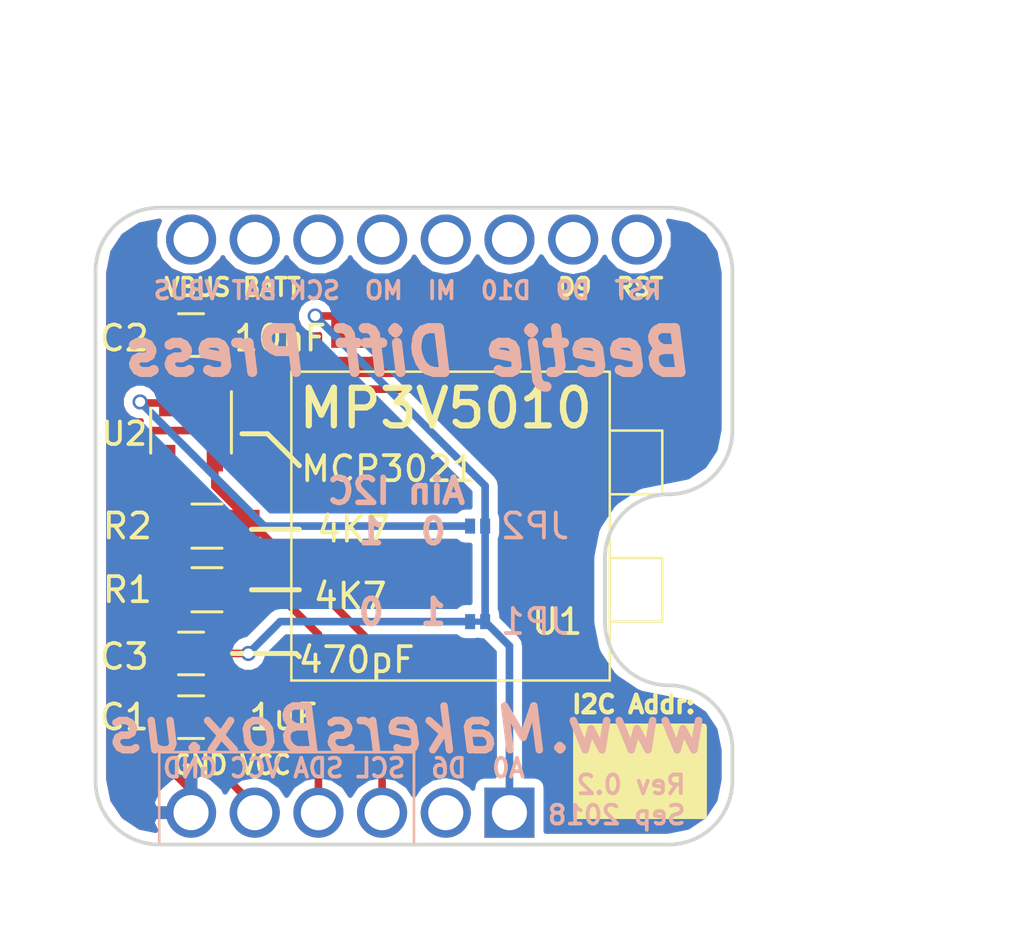
<source format=kicad_pcb>
(kicad_pcb (version 4) (host pcbnew 4.0.7)

  (general
    (links 21)
    (no_connects 0)
    (area 123.114999 92.634999 148.665001 118.185001)
    (thickness 1.6)
    (drawings 31)
    (tracks 71)
    (zones 0)
    (modules 11)
    (nets 16)
  )

  (page A)
  (title_block
    (title "Beetje 32U4 Blok")
    (date 2018-08-10)
    (rev 0.0)
    (company www.MakersBox.us)
    (comment 1 648.ken@gmail.com)
  )

  (layers
    (0 F.Cu signal)
    (31 B.Cu signal)
    (32 B.Adhes user)
    (33 F.Adhes user)
    (34 B.Paste user)
    (35 F.Paste user)
    (36 B.SilkS user)
    (37 F.SilkS user)
    (38 B.Mask user)
    (39 F.Mask user)
    (40 Dwgs.User user)
    (41 Cmts.User user)
    (42 Eco1.User user)
    (43 Eco2.User user)
    (44 Edge.Cuts user)
    (45 Margin user)
    (46 B.CrtYd user)
    (47 F.CrtYd user)
    (48 B.Fab user)
    (49 F.Fab user)
  )

  (setup
    (last_trace_width 0.25)
    (user_trace_width 0.3048)
    (user_trace_width 0.4064)
    (user_trace_width 0.6096)
    (trace_clearance 0.2)
    (zone_clearance 0.35)
    (zone_45_only no)
    (trace_min 0.2)
    (segment_width 0.2)
    (edge_width 0.15)
    (via_size 0.6)
    (via_drill 0.4)
    (via_min_size 0.4)
    (via_min_drill 0.3)
    (uvia_size 0.3)
    (uvia_drill 0.1)
    (uvias_allowed no)
    (uvia_min_size 0.2)
    (uvia_min_drill 0.1)
    (pcb_text_width 0.3)
    (pcb_text_size 1.5 1.5)
    (mod_edge_width 0.15)
    (mod_text_size 1 1)
    (mod_text_width 0.15)
    (pad_size 2 2)
    (pad_drill 1.4)
    (pad_to_mask_clearance 0)
    (aux_axis_origin 0 0)
    (visible_elements 7FFFFFFF)
    (pcbplotparams
      (layerselection 0x00030_80000001)
      (usegerberextensions false)
      (excludeedgelayer true)
      (linewidth 0.100000)
      (plotframeref false)
      (viasonmask false)
      (mode 1)
      (useauxorigin false)
      (hpglpennumber 1)
      (hpglpenspeed 20)
      (hpglpendiameter 15)
      (hpglpenoverlay 2)
      (psnegative false)
      (psa4output false)
      (plotreference true)
      (plotvalue true)
      (plotinvisibletext false)
      (padsonsilk false)
      (subtractmaskfromsilk false)
      (outputformat 1)
      (mirror false)
      (drillshape 1)
      (scaleselection 1)
      (outputdirectory ""))
  )

  (net 0 "")
  (net 1 GND)
  (net 2 VBUS)
  (net 3 +BATT)
  (net 4 /D10)
  (net 5 /D9)
  (net 6 /SCL)
  (net 7 /SDA)
  (net 8 /A0)
  (net 9 /SCK)
  (net 10 /MOSI)
  (net 11 /MISO)
  (net 12 /~RESET)
  (net 13 VCC)
  (net 14 /D6)
  (net 15 /AIN)

  (net_class Default "This is the default net class."
    (clearance 0.2)
    (trace_width 0.25)
    (via_dia 0.6)
    (via_drill 0.4)
    (uvia_dia 0.3)
    (uvia_drill 0.1)
    (add_net +BATT)
    (add_net /A0)
    (add_net /AIN)
    (add_net /D10)
    (add_net /D6)
    (add_net /D9)
    (add_net /MISO)
    (add_net /MOSI)
    (add_net /SCK)
    (add_net /SCL)
    (add_net /SDA)
    (add_net /~RESET)
    (add_net GND)
    (add_net VBUS)
    (add_net VCC)
  )

  (module footprints:MPXV7002 (layer F.Cu) (tedit 5BAE6571) (tstamp 5B9C08A6)
    (at 137.16 105.41 270)
    (descr "Specialized footprint for IXYS CPC1017N solid state relay similar to SO-4 http://www.ixysic.com/home/pdfs.nsf/www/CPC1017N.pdf/$file/CPC1017N.pdf")
    (tags "SO SOIC 2.54")
    (path /5B9BF8B5)
    (attr smd)
    (fp_text reference U1 (at 3.81 -4.445 360) (layer F.SilkS)
      (effects (font (size 1 1) (thickness 0.15)))
    )
    (fp_text value MP3V5010 (at -4.699 0 360) (layer F.SilkS)
      (effects (font (size 1.5 1.5) (thickness 0.25)))
    )
    (fp_line (start 1.27 -6.604) (end 1.27 -8.636) (layer F.SilkS) (width 0.1))
    (fp_line (start 1.27 -8.636) (end 3.81 -8.636) (layer F.SilkS) (width 0.1))
    (fp_line (start 3.81 -8.636) (end 3.81 -6.604) (layer F.SilkS) (width 0.1))
    (fp_line (start -3.81 -6.604) (end -3.81 -8.636) (layer F.SilkS) (width 0.1))
    (fp_line (start -3.81 -8.636) (end -1.27 -8.636) (layer F.SilkS) (width 0.1))
    (fp_line (start -1.27 -8.636) (end -1.27 -6.604) (layer F.SilkS) (width 0.1))
    (fp_line (start 6.1595 6.1595) (end 6.1595 -6.5405) (layer F.SilkS) (width 0.1))
    (fp_line (start -6.1595 -6.5405) (end -6.1595 6.1595) (layer F.SilkS) (width 0.1))
    (fp_line (start -6.1595 -6.5405) (end 6.1595 -6.5405) (layer F.SilkS) (width 0.1))
    (fp_line (start -6.1595 6.1595) (end 6.1595 6.1595) (layer F.SilkS) (width 0.1))
    (pad 5 smd rect (at 8.38 3.81 270) (size 2.54 1.52) (layers F.Cu F.Paste F.Mask))
    (pad 6 smd rect (at 8.38 1.27 270) (size 2.54 1.52) (layers F.Cu F.Paste F.Mask))
    (pad 7 smd rect (at 8.38 -1.27 270) (size 2.54 1.52) (layers F.Cu F.Paste F.Mask))
    (pad 4 smd rect (at -8.38 3.81 270) (size 2.54 1.52) (layers F.Cu F.Paste F.Mask)
      (net 8 /A0))
    (pad 3 smd rect (at -8.38 1.27 270) (size 2.54 1.52) (layers F.Cu F.Paste F.Mask)
      (net 1 GND))
    (pad 2 smd rect (at -8.38 -1.27 270) (size 2.54 1.52) (layers F.Cu F.Paste F.Mask)
      (net 13 VCC))
    (pad 8 smd rect (at 8.38 -3.81 270) (size 2.54 1.52) (layers F.Cu F.Paste F.Mask))
    (pad 1 smd rect (at -8.38 -3.81 270) (size 2.54 1.52) (layers F.Cu F.Paste F.Mask))
    (model ${KISYS3DMOD}/Housings_SSOP.3dshapes/SOP-4_3.8x4.1mm_Pitch2.54mm.wrl
      (at (xyz 0 0 0))
      (scale (xyz 1 1 1))
      (rotate (xyz 0 0 0))
    )
  )

  (module footprints:Beetje_Top (layer F.Cu) (tedit 5B9C0E96) (tstamp 5B948C24)
    (at 144.78 93.98 270)
    (descr "Through hole straight pin header, 1x08, 2.54mm pitch, single row")
    (tags "Through hole pin header THT 1x08 2.54mm single row")
    (path /5B6D51CD)
    (fp_text reference J4 (at -2.286 0.127 360) (layer F.SilkS) hide
      (effects (font (size 1 1) (thickness 0.15)))
    )
    (fp_text value Beetje_Top (at -2.413 14.605 360) (layer F.Fab)
      (effects (font (size 1 1) (thickness 0.15)))
    )
    (fp_text user "RST  D9  D10  MI  MO  SCK BAT VBUS" (at 2.032 9.144 360) (layer B.SilkS)
      (effects (font (size 0.7 0.675) (thickness 0.15)) (justify mirror))
    )
    (fp_text user "VBUS BATT                    D9  RST" (at 1.905 8.89 360) (layer F.SilkS)
      (effects (font (size 0.7 0.675) (thickness 0.15)))
    )
    (fp_line (start -0.635 -1.27) (end 1.27 -1.27) (layer F.Fab) (width 0.1))
    (fp_line (start 1.27 -1.27) (end 1.27 19.05) (layer F.Fab) (width 0.1))
    (fp_line (start 1.27 19.05) (end -1.27 19.05) (layer F.Fab) (width 0.1))
    (fp_line (start -1.27 19.05) (end -1.27 -0.635) (layer F.Fab) (width 0.1))
    (fp_line (start -1.27 -0.635) (end -0.635 -1.27) (layer F.Fab) (width 0.1))
    (fp_line (start -1.8 -1.8) (end -1.8 19.55) (layer F.CrtYd) (width 0.05))
    (fp_line (start -1.8 19.55) (end 1.8 19.55) (layer F.CrtYd) (width 0.05))
    (fp_line (start 1.8 19.55) (end 1.8 -1.8) (layer F.CrtYd) (width 0.05))
    (fp_line (start 1.8 -1.8) (end -1.8 -1.8) (layer F.CrtYd) (width 0.05))
    (fp_text user %R (at 0 8.89 360) (layer F.Fab)
      (effects (font (size 1 1) (thickness 0.15)))
    )
    (pad 1 thru_hole circle (at 0 0 270) (size 2 2) (drill 1.4) (layers *.Cu *.Mask)
      (net 12 /~RESET))
    (pad 2 thru_hole oval (at 0 2.54 270) (size 2 2) (drill 1.4) (layers *.Cu *.Mask)
      (net 5 /D9))
    (pad 3 thru_hole oval (at 0 5.08 270) (size 2 2) (drill 1.4) (layers *.Cu *.Mask)
      (net 4 /D10))
    (pad 4 thru_hole oval (at 0 7.62 270) (size 2 2) (drill 1.4) (layers *.Cu *.Mask)
      (net 11 /MISO))
    (pad 5 thru_hole circle (at 0 10.16 270) (size 2 2) (drill 1.4) (layers *.Cu *.Mask)
      (net 10 /MOSI))
    (pad 6 thru_hole circle (at 0 12.7 270) (size 2 2) (drill 1.4) (layers *.Cu *.Mask)
      (net 9 /SCK))
    (pad 7 thru_hole circle (at 0 15.24 270) (size 2 2) (drill 1.4) (layers *.Cu *.Mask)
      (net 3 +BATT))
    (pad 8 thru_hole circle (at 0 17.78 270) (size 2 2) (drill 1.4) (layers *.Cu *.Mask)
      (net 2 VBUS))
  )

  (module footprints:Beetje_Bottom (layer F.Cu) (tedit 5B9C0E24) (tstamp 5B948C0F)
    (at 139.7 116.84 270)
    (descr "Through hole straight pin header, 1x06, 2.54mm pitch, single row")
    (tags "Through hole pin header THT 1x06 2.54mm single row")
    (path /5B6D5224)
    (fp_text reference J2 (at 2.286 -1.27 360) (layer F.SilkS) hide
      (effects (font (size 1 1) (thickness 0.15)))
    )
    (fp_text value Beetje_Bottom (at 2.286 9.525 360) (layer F.Fab)
      (effects (font (size 1 1) (thickness 0.15)))
    )
    (fp_line (start 1.27 13.97) (end -2.413 13.97) (layer B.SilkS) (width 0.1))
    (fp_line (start -2.413 13.97) (end -2.413 3.81) (layer B.SilkS) (width 0.1))
    (fp_line (start -2.413 3.81) (end 1.27 3.81) (layer B.SilkS) (width 0.1))
    (fp_line (start 1.143 13.97) (end -2.413 13.97) (layer F.SilkS) (width 0.1))
    (fp_line (start -2.413 13.97) (end -2.413 3.81) (layer F.SilkS) (width 0.1))
    (fp_line (start -2.413 3.81) (end 1.143 3.81) (layer F.SilkS) (width 0.1))
    (fp_text user "A0  D6  SCL SDA VCC GND" (at -1.778 6.604 360) (layer B.SilkS)
      (effects (font (size 0.75 0.7) (thickness 0.15)) (justify mirror))
    )
    (fp_text user "GND VCC " (at -1.905 10.795 360) (layer F.SilkS)
      (effects (font (size 0.75 0.7) (thickness 0.15)))
    )
    (fp_line (start -0.635 -1.27) (end 1.27 -1.27) (layer F.Fab) (width 0.1))
    (fp_line (start 1.27 -1.27) (end 1.27 13.97) (layer F.Fab) (width 0.1))
    (fp_line (start 1.27 13.97) (end -1.27 13.97) (layer F.Fab) (width 0.1))
    (fp_line (start -1.27 13.97) (end -1.27 -0.635) (layer F.Fab) (width 0.1))
    (fp_line (start -1.27 -0.635) (end -0.635 -1.27) (layer F.Fab) (width 0.1))
    (fp_line (start -1.8 -1.8) (end -1.8 14.5) (layer F.CrtYd) (width 0.05))
    (fp_line (start -1.8 14.5) (end 1.8 14.5) (layer F.CrtYd) (width 0.05))
    (fp_line (start 1.8 14.5) (end 1.8 -1.8) (layer F.CrtYd) (width 0.05))
    (fp_line (start 1.8 -1.8) (end -1.8 -1.8) (layer F.CrtYd) (width 0.05))
    (fp_text user %R (at 0 6.35 360) (layer F.Fab)
      (effects (font (size 1 1) (thickness 0.15)))
    )
    (pad 1 thru_hole rect (at 0 0 270) (size 2 2) (drill 1.4) (layers *.Cu *.Mask)
      (net 8 /A0))
    (pad 2 thru_hole oval (at 0 2.54 270) (size 2 2) (drill 1.4) (layers *.Cu *.Mask)
      (net 14 /D6))
    (pad 3 thru_hole oval (at 0 5.08 270) (size 2 2) (drill 1.4) (layers *.Cu *.Mask)
      (net 6 /SCL))
    (pad 4 thru_hole oval (at 0 7.62 270) (size 2 2) (drill 1.4) (layers *.Cu *.Mask)
      (net 7 /SDA))
    (pad 5 thru_hole oval (at 0 10.16 270) (size 2 2) (drill 1.4) (layers *.Cu *.Mask)
      (net 13 VCC))
    (pad 6 thru_hole oval (at 0 12.7 270) (size 2 2) (drill 1.4) (layers *.Cu *.Mask)
      (net 1 GND))
  )

  (module footprints:C_0805 (layer F.Cu) (tedit 5BB25603) (tstamp 5B9C086C)
    (at 127 113.03 180)
    (descr "Capacitor SMD 0805, reflow soldering, AVX (see smccp.pdf)")
    (tags "capacitor 0805")
    (path /5B77416F)
    (attr smd)
    (fp_text reference C1 (at 2.667 0 180) (layer F.SilkS)
      (effects (font (size 1 1) (thickness 0.15)))
    )
    (fp_text value 1uF (at -3.683 0 180) (layer F.SilkS)
      (effects (font (size 1 1) (thickness 0.15)))
    )
    (fp_text user %R (at 0 -1.5 180) (layer F.Fab)
      (effects (font (size 1 1) (thickness 0.15)))
    )
    (fp_line (start -1 0.62) (end -1 -0.62) (layer F.Fab) (width 0.1))
    (fp_line (start 1 0.62) (end -1 0.62) (layer F.Fab) (width 0.1))
    (fp_line (start 1 -0.62) (end 1 0.62) (layer F.Fab) (width 0.1))
    (fp_line (start -1 -0.62) (end 1 -0.62) (layer F.Fab) (width 0.1))
    (fp_line (start 0.5 -0.85) (end -0.5 -0.85) (layer F.SilkS) (width 0.12))
    (fp_line (start -0.5 0.85) (end 0.5 0.85) (layer F.SilkS) (width 0.12))
    (fp_line (start -1.75 -0.88) (end 1.75 -0.88) (layer F.CrtYd) (width 0.05))
    (fp_line (start -1.75 -0.88) (end -1.75 0.87) (layer F.CrtYd) (width 0.05))
    (fp_line (start 1.75 0.87) (end 1.75 -0.88) (layer F.CrtYd) (width 0.05))
    (fp_line (start 1.75 0.87) (end -1.75 0.87) (layer F.CrtYd) (width 0.05))
    (pad 1 smd rect (at -1 0 180) (size 1 1.25) (layers F.Cu F.Paste F.Mask)
      (net 13 VCC))
    (pad 2 smd rect (at 1 0 180) (size 1 1.25) (layers F.Cu F.Paste F.Mask)
      (net 1 GND))
    (model Capacitors_SMD.3dshapes/C_0805.wrl
      (at (xyz 0 0 0))
      (scale (xyz 1 1 1))
      (rotate (xyz 0 0 0))
    )
  )

  (module footprints:C_0805 (layer F.Cu) (tedit 5BB2559B) (tstamp 5B9C087D)
    (at 127 97.79 180)
    (descr "Capacitor SMD 0805, reflow soldering, AVX (see smccp.pdf)")
    (tags "capacitor 0805")
    (path /5B7EFC72)
    (attr smd)
    (fp_text reference C2 (at 2.667 -0.127 180) (layer F.SilkS)
      (effects (font (size 1 1) (thickness 0.15)))
    )
    (fp_text value 10nF (at -3.556 -0.127 180) (layer F.SilkS)
      (effects (font (size 1 1) (thickness 0.15)))
    )
    (fp_text user %R (at 0 -1.5 180) (layer F.Fab)
      (effects (font (size 1 1) (thickness 0.15)))
    )
    (fp_line (start -1 0.62) (end -1 -0.62) (layer F.Fab) (width 0.1))
    (fp_line (start 1 0.62) (end -1 0.62) (layer F.Fab) (width 0.1))
    (fp_line (start 1 -0.62) (end 1 0.62) (layer F.Fab) (width 0.1))
    (fp_line (start -1 -0.62) (end 1 -0.62) (layer F.Fab) (width 0.1))
    (fp_line (start 0.5 -0.85) (end -0.5 -0.85) (layer F.SilkS) (width 0.12))
    (fp_line (start -0.5 0.85) (end 0.5 0.85) (layer F.SilkS) (width 0.12))
    (fp_line (start -1.75 -0.88) (end 1.75 -0.88) (layer F.CrtYd) (width 0.05))
    (fp_line (start -1.75 -0.88) (end -1.75 0.87) (layer F.CrtYd) (width 0.05))
    (fp_line (start 1.75 0.87) (end 1.75 -0.88) (layer F.CrtYd) (width 0.05))
    (fp_line (start 1.75 0.87) (end -1.75 0.87) (layer F.CrtYd) (width 0.05))
    (pad 1 smd rect (at -1 0 180) (size 1 1.25) (layers F.Cu F.Paste F.Mask)
      (net 13 VCC))
    (pad 2 smd rect (at 1 0 180) (size 1 1.25) (layers F.Cu F.Paste F.Mask)
      (net 1 GND))
    (model Capacitors_SMD.3dshapes/C_0805.wrl
      (at (xyz 0 0 0))
      (scale (xyz 1 1 1))
      (rotate (xyz 0 0 0))
    )
  )

  (module footprints:C_0805 (layer F.Cu) (tedit 5BB255E3) (tstamp 5B9C088E)
    (at 127 110.49 180)
    (descr "Capacitor SMD 0805, reflow soldering, AVX (see smccp.pdf)")
    (tags "capacitor 0805")
    (path /5B9C070E)
    (attr smd)
    (fp_text reference C3 (at 2.667 -0.127 180) (layer F.SilkS)
      (effects (font (size 1 1) (thickness 0.15)))
    )
    (fp_text value 470pF (at -6.604 -0.254 180) (layer F.SilkS)
      (effects (font (size 1 1) (thickness 0.15)))
    )
    (fp_text user %R (at 2.667 -0.127 180) (layer F.Fab)
      (effects (font (size 1 1) (thickness 0.15)))
    )
    (fp_line (start -1 0.62) (end -1 -0.62) (layer F.Fab) (width 0.1))
    (fp_line (start 1 0.62) (end -1 0.62) (layer F.Fab) (width 0.1))
    (fp_line (start 1 -0.62) (end 1 0.62) (layer F.Fab) (width 0.1))
    (fp_line (start -1 -0.62) (end 1 -0.62) (layer F.Fab) (width 0.1))
    (fp_line (start 0.5 -0.85) (end -0.5 -0.85) (layer F.SilkS) (width 0.12))
    (fp_line (start -0.5 0.85) (end 0.5 0.85) (layer F.SilkS) (width 0.12))
    (fp_line (start -1.75 -0.88) (end 1.75 -0.88) (layer F.CrtYd) (width 0.05))
    (fp_line (start -1.75 -0.88) (end -1.75 0.87) (layer F.CrtYd) (width 0.05))
    (fp_line (start 1.75 0.87) (end 1.75 -0.88) (layer F.CrtYd) (width 0.05))
    (fp_line (start 1.75 0.87) (end -1.75 0.87) (layer F.CrtYd) (width 0.05))
    (pad 1 smd rect (at -1 0 180) (size 1 1.25) (layers F.Cu F.Paste F.Mask)
      (net 8 /A0))
    (pad 2 smd rect (at 1 0 180) (size 1 1.25) (layers F.Cu F.Paste F.Mask)
      (net 1 GND))
    (model Capacitors_SMD.3dshapes/C_0805.wrl
      (at (xyz 0 0 0))
      (scale (xyz 1 1 1))
      (rotate (xyz 0 0 0))
    )
  )

  (module footprints:Jumper (layer B.Cu) (tedit 5B9C252E) (tstamp 5B9C22E4)
    (at 138.43 109.22)
    (path /5B9C1E6D)
    (attr smd)
    (fp_text reference JP1 (at 2.286 0) (layer B.SilkS)
      (effects (font (size 1 1) (thickness 0.15)) (justify mirror))
    )
    (fp_text value Jumper (at 0 -1.25) (layer B.Fab)
      (effects (font (size 1 1) (thickness 0.15)) (justify mirror))
    )
    (fp_text user %R (at 0 1.2) (layer B.Fab)
      (effects (font (size 1 1) (thickness 0.15)) (justify mirror))
    )
    (fp_line (start -0.5 -0.25) (end -0.5 0.25) (layer B.Fab) (width 0.1))
    (fp_line (start 0.5 -0.25) (end -0.5 -0.25) (layer B.Fab) (width 0.1))
    (fp_line (start 0.5 0.25) (end 0.5 -0.25) (layer B.Fab) (width 0.1))
    (fp_line (start -0.5 0.25) (end 0.5 0.25) (layer B.Fab) (width 0.1))
    (fp_line (start -0.8 0.45) (end 0.8 0.45) (layer B.CrtYd) (width 0.05))
    (fp_line (start -0.8 0.45) (end -0.8 -0.45) (layer B.CrtYd) (width 0.05))
    (fp_line (start 0.8 -0.45) (end 0.8 0.45) (layer B.CrtYd) (width 0.05))
    (fp_line (start 0.8 -0.45) (end -0.8 -0.45) (layer B.CrtYd) (width 0.05))
    (pad 1 smd rect (at -0.3 0) (size 0.4 0.6) (layers B.Cu B.Paste B.Mask)
      (net 8 /A0))
    (pad 2 smd rect (at 0.3 0) (size 0.4 0.6) (layers B.Cu B.Paste B.Mask)
      (net 8 /A0))
    (model ${KISYS3DMOD}/Resistors_SMD.3dshapes/R_0402.wrl
      (at (xyz 0 0 0))
      (scale (xyz 1 1 1))
      (rotate (xyz 0 0 0))
    )
  )

  (module footprints:R_0805_HandSoldering (layer F.Cu) (tedit 5BB2569D) (tstamp 5B9C22F5)
    (at 127.635 107.95)
    (descr "Resistor SMD 0805, hand soldering")
    (tags "resistor 0805")
    (path /5B9C1FD6)
    (attr smd)
    (fp_text reference R1 (at -3.175 0) (layer F.SilkS)
      (effects (font (size 1 1) (thickness 0.15)))
    )
    (fp_text value 4K7 (at 5.715 0.254) (layer F.SilkS)
      (effects (font (size 1 1) (thickness 0.15)))
    )
    (fp_text user %R (at 0 0) (layer F.Fab)
      (effects (font (size 0.5 0.5) (thickness 0.075)))
    )
    (fp_line (start -1 0.62) (end -1 -0.62) (layer F.Fab) (width 0.1))
    (fp_line (start 1 0.62) (end -1 0.62) (layer F.Fab) (width 0.1))
    (fp_line (start 1 -0.62) (end 1 0.62) (layer F.Fab) (width 0.1))
    (fp_line (start -1 -0.62) (end 1 -0.62) (layer F.Fab) (width 0.1))
    (fp_line (start 0.6 0.88) (end -0.6 0.88) (layer F.SilkS) (width 0.12))
    (fp_line (start -0.6 -0.88) (end 0.6 -0.88) (layer F.SilkS) (width 0.12))
    (fp_line (start -2.35 -0.9) (end 2.35 -0.9) (layer F.CrtYd) (width 0.05))
    (fp_line (start -2.35 -0.9) (end -2.35 0.9) (layer F.CrtYd) (width 0.05))
    (fp_line (start 2.35 0.9) (end 2.35 -0.9) (layer F.CrtYd) (width 0.05))
    (fp_line (start 2.35 0.9) (end -2.35 0.9) (layer F.CrtYd) (width 0.05))
    (pad 1 smd rect (at -1.35 0) (size 1.5 1.3) (layers F.Cu F.Paste F.Mask)
      (net 13 VCC))
    (pad 2 smd rect (at 1.35 0) (size 1.5 1.3) (layers F.Cu F.Paste F.Mask)
      (net 7 /SDA))
    (model ${KISYS3DMOD}/Resistors_SMD.3dshapes/R_0805.wrl
      (at (xyz 0 0 0))
      (scale (xyz 1 1 1))
      (rotate (xyz 0 0 0))
    )
  )

  (module footprints:R_0805_HandSoldering (layer F.Cu) (tedit 5BB256AC) (tstamp 5B9C2306)
    (at 127.635 105.41)
    (descr "Resistor SMD 0805, hand soldering")
    (tags "resistor 0805")
    (path /5B9C204A)
    (attr smd)
    (fp_text reference R2 (at -3.175 0) (layer F.SilkS)
      (effects (font (size 1 1) (thickness 0.15)))
    )
    (fp_text value 4K7 (at 5.842 0.127) (layer F.SilkS)
      (effects (font (size 1 1) (thickness 0.15)))
    )
    (fp_text user %R (at 0 0) (layer F.Fab)
      (effects (font (size 0.5 0.5) (thickness 0.075)))
    )
    (fp_line (start -1 0.62) (end -1 -0.62) (layer F.Fab) (width 0.1))
    (fp_line (start 1 0.62) (end -1 0.62) (layer F.Fab) (width 0.1))
    (fp_line (start 1 -0.62) (end 1 0.62) (layer F.Fab) (width 0.1))
    (fp_line (start -1 -0.62) (end 1 -0.62) (layer F.Fab) (width 0.1))
    (fp_line (start 0.6 0.88) (end -0.6 0.88) (layer F.SilkS) (width 0.12))
    (fp_line (start -0.6 -0.88) (end 0.6 -0.88) (layer F.SilkS) (width 0.12))
    (fp_line (start -2.35 -0.9) (end 2.35 -0.9) (layer F.CrtYd) (width 0.05))
    (fp_line (start -2.35 -0.9) (end -2.35 0.9) (layer F.CrtYd) (width 0.05))
    (fp_line (start 2.35 0.9) (end 2.35 -0.9) (layer F.CrtYd) (width 0.05))
    (fp_line (start 2.35 0.9) (end -2.35 0.9) (layer F.CrtYd) (width 0.05))
    (pad 1 smd rect (at -1.35 0) (size 1.5 1.3) (layers F.Cu F.Paste F.Mask)
      (net 13 VCC))
    (pad 2 smd rect (at 1.35 0) (size 1.5 1.3) (layers F.Cu F.Paste F.Mask)
      (net 6 /SCL))
    (model ${KISYS3DMOD}/Resistors_SMD.3dshapes/R_0805.wrl
      (at (xyz 0 0 0))
      (scale (xyz 1 1 1))
      (rotate (xyz 0 0 0))
    )
  )

  (module TO_SOT_Packages_SMD:SOT-23-5 (layer F.Cu) (tedit 5BB25640) (tstamp 5B9C231B)
    (at 127 101.6 270)
    (descr "5-pin SOT23 package")
    (tags SOT-23-5)
    (path /5B9C1CBA)
    (attr smd)
    (fp_text reference U2 (at 0.127 2.667 360) (layer F.SilkS)
      (effects (font (size 0.9 0.9) (thickness 0.15)))
    )
    (fp_text value MCP3021 (at 1.524 -7.874 360) (layer F.SilkS)
      (effects (font (size 1 1) (thickness 0.15)))
    )
    (fp_text user %R (at 0 0 360) (layer F.Fab)
      (effects (font (size 0.5 0.5) (thickness 0.075)))
    )
    (fp_line (start -0.9 1.61) (end 0.9 1.61) (layer F.SilkS) (width 0.12))
    (fp_line (start 0.9 -1.61) (end -1.55 -1.61) (layer F.SilkS) (width 0.12))
    (fp_line (start -1.9 -1.8) (end 1.9 -1.8) (layer F.CrtYd) (width 0.05))
    (fp_line (start 1.9 -1.8) (end 1.9 1.8) (layer F.CrtYd) (width 0.05))
    (fp_line (start 1.9 1.8) (end -1.9 1.8) (layer F.CrtYd) (width 0.05))
    (fp_line (start -1.9 1.8) (end -1.9 -1.8) (layer F.CrtYd) (width 0.05))
    (fp_line (start -0.9 -0.9) (end -0.25 -1.55) (layer F.Fab) (width 0.1))
    (fp_line (start 0.9 -1.55) (end -0.25 -1.55) (layer F.Fab) (width 0.1))
    (fp_line (start -0.9 -0.9) (end -0.9 1.55) (layer F.Fab) (width 0.1))
    (fp_line (start 0.9 1.55) (end -0.9 1.55) (layer F.Fab) (width 0.1))
    (fp_line (start 0.9 -1.55) (end 0.9 1.55) (layer F.Fab) (width 0.1))
    (pad 1 smd rect (at -1.1 -0.95 270) (size 1.06 0.65) (layers F.Cu F.Paste F.Mask)
      (net 13 VCC))
    (pad 2 smd rect (at -1.1 0 270) (size 1.06 0.65) (layers F.Cu F.Paste F.Mask)
      (net 1 GND))
    (pad 3 smd rect (at -1.1 0.95 270) (size 1.06 0.65) (layers F.Cu F.Paste F.Mask)
      (net 15 /AIN))
    (pad 4 smd rect (at 1.1 0.95 270) (size 1.06 0.65) (layers F.Cu F.Paste F.Mask)
      (net 7 /SDA))
    (pad 5 smd rect (at 1.1 -0.95 270) (size 1.06 0.65) (layers F.Cu F.Paste F.Mask)
      (net 6 /SCL))
    (model ${KISYS3DMOD}/TO_SOT_Packages_SMD.3dshapes/SOT-23-5.wrl
      (at (xyz 0 0 0))
      (scale (xyz 1 1 1))
      (rotate (xyz 0 0 0))
    )
  )

  (module footprints:Jumper (layer B.Cu) (tedit 5BB2574D) (tstamp 5B9C25EC)
    (at 138.43 105.41 180)
    (path /5B9C2C5E)
    (attr smd)
    (fp_text reference JP2 (at -2.286 0 180) (layer B.SilkS)
      (effects (font (size 1 1) (thickness 0.15)) (justify mirror))
    )
    (fp_text value Jumper (at 0 -1.25 180) (layer B.Fab)
      (effects (font (size 1 1) (thickness 0.15)) (justify mirror))
    )
    (fp_text user %R (at 0 1.2 180) (layer B.Fab)
      (effects (font (size 1 1) (thickness 0.15)) (justify mirror))
    )
    (fp_line (start -0.5 -0.25) (end -0.5 0.25) (layer B.Fab) (width 0.1))
    (fp_line (start 0.5 -0.25) (end -0.5 -0.25) (layer B.Fab) (width 0.1))
    (fp_line (start 0.5 0.25) (end 0.5 -0.25) (layer B.Fab) (width 0.1))
    (fp_line (start -0.5 0.25) (end 0.5 0.25) (layer B.Fab) (width 0.1))
    (fp_line (start -0.8 0.45) (end 0.8 0.45) (layer B.CrtYd) (width 0.05))
    (fp_line (start -0.8 0.45) (end -0.8 -0.45) (layer B.CrtYd) (width 0.05))
    (fp_line (start 0.8 -0.45) (end 0.8 0.45) (layer B.CrtYd) (width 0.05))
    (fp_line (start 0.8 -0.45) (end -0.8 -0.45) (layer B.CrtYd) (width 0.05))
    (pad 1 smd rect (at -0.3 0 180) (size 0.4 0.6) (layers B.Cu B.Paste B.Mask)
      (net 8 /A0))
    (pad 2 smd rect (at 0.3 0 180) (size 0.4 0.6) (layers B.Cu B.Paste B.Mask)
      (net 15 /AIN))
    (model ${KISYS3DMOD}/Resistors_SMD.3dshapes/R_0402.wrl
      (at (xyz 0 0 0))
      (scale (xyz 1 1 1))
      (rotate (xyz 0 0 0))
    )
  )

  (gr_text "I2C Addr:" (at 144.653 112.522) (layer F.SilkS)
    (effects (font (size 0.7 0.7) (thickness 0.175)))
  )
  (gr_line (start 131.191 110.49) (end 131.318 110.617) (angle 90) (layer F.SilkS) (width 0.2))
  (gr_line (start 128.651 110.49) (end 131.191 110.49) (angle 90) (layer F.SilkS) (width 0.2))
  (gr_line (start 129.413 107.95) (end 131.318 107.95) (angle 90) (layer F.SilkS) (width 0.2))
  (gr_line (start 131.318 105.537) (end 129.413 105.537) (angle 90) (layer F.SilkS) (width 0.2))
  (gr_line (start 130.048 101.727) (end 129.032 101.727) (angle 90) (layer F.SilkS) (width 0.2))
  (gr_line (start 131.318 102.997) (end 130.048 101.727) (angle 90) (layer F.SilkS) (width 0.2))
  (gr_line (start 143.51 109.22) (end 143.51 106.68) (angle 90) (layer Edge.Cuts) (width 0.15))
  (gr_line (start 148.59 95.25) (end 148.59 101.6) (angle 90) (layer Edge.Cuts) (width 0.15))
  (gr_line (start 148.59 115.57) (end 148.59 114.3) (angle 90) (layer Edge.Cuts) (width 0.15))
  (gr_line (start 123.19 113.03) (end 123.19 101.6) (angle 90) (layer Edge.Cuts) (width 0.15))
  (gr_arc (start 146.05 101.6) (end 148.59 101.6) (angle 90) (layer Edge.Cuts) (width 0.15))
  (gr_arc (start 146.05 106.68) (end 143.51 106.68) (angle 90) (layer Edge.Cuts) (width 0.15))
  (gr_arc (start 146.05 109.22) (end 146.05 111.76) (angle 90) (layer Edge.Cuts) (width 0.15))
  (gr_arc (start 146.05 114.3) (end 146.05 111.76) (angle 90) (layer Edge.Cuts) (width 0.15))
  (gr_line (start 123.19 101.6) (end 123.19 95.25) (angle 90) (layer Edge.Cuts) (width 0.15))
  (gr_line (start 123.19 115.57) (end 123.19 113.03) (angle 90) (layer Edge.Cuts) (width 0.15))
  (gr_text "Ain I2C\n 0  1\n\n 1  0\n" (at 138.049 106.426) (layer B.SilkS)
    (effects (font (size 1 1) (thickness 0.225)) (justify left mirror))
  )
  (gr_line (start 138.176 105.41) (end 138.684 105.41) (angle 90) (layer B.Mask) (width 0.3))
  (gr_line (start 138.176 109.22) (end 138.684 109.22) (angle 90) (layer B.Mask) (width 0.3))
  (gr_text "Rev 0.2\nSep 2018" (at 146.812 116.332) (layer B.SilkS)
    (effects (font (size 0.75 0.75) (thickness 0.15)) (justify left mirror))
  )
  (gr_line (start 146.05 118.11) (end 125.73 118.11) (angle 90) (layer Edge.Cuts) (width 0.15))
  (gr_line (start 125.73 92.71) (end 146.05 92.71) (angle 90) (layer Edge.Cuts) (width 0.15))
  (gr_arc (start 125.73 95.25) (end 123.19 95.25) (angle 90) (layer Edge.Cuts) (width 0.15))
  (gr_arc (start 125.73 115.57) (end 125.73 118.11) (angle 90) (layer Edge.Cuts) (width 0.15))
  (gr_arc (start 146.05 115.57) (end 148.59 115.57) (angle 90) (layer Edge.Cuts) (width 0.15))
  (gr_arc (start 146.05 95.25) (end 146.05 92.71) (angle 90) (layer Edge.Cuts) (width 0.15))
  (dimension 25.4 (width 0.3) (layer Dwgs.User)
    (gr_text "1.0000 in" (at 157.56 105.41 270) (layer Dwgs.User)
      (effects (font (size 1.5 1.5) (thickness 0.3)))
    )
    (feature1 (pts (xy 148.59 118.11) (xy 158.91 118.11)))
    (feature2 (pts (xy 148.59 92.71) (xy 158.91 92.71)))
    (crossbar (pts (xy 156.21 92.71) (xy 156.21 118.11)))
    (arrow1a (pts (xy 156.21 118.11) (xy 155.623579 116.983496)))
    (arrow1b (pts (xy 156.21 118.11) (xy 156.796421 116.983496)))
    (arrow2a (pts (xy 156.21 92.71) (xy 155.623579 93.836504)))
    (arrow2b (pts (xy 156.21 92.71) (xy 156.796421 93.836504)))
  )
  (dimension 25.4 (width 0.3) (layer Dwgs.User)
    (gr_text "1.0000 in" (at 135.89 86.280001) (layer Dwgs.User)
      (effects (font (size 1.5 1.5) (thickness 0.3)))
    )
    (feature1 (pts (xy 123.19 92.71) (xy 123.19 84.930001)))
    (feature2 (pts (xy 148.59 92.71) (xy 148.59 84.930001)))
    (crossbar (pts (xy 148.59 87.630001) (xy 123.19 87.630001)))
    (arrow1a (pts (xy 123.19 87.630001) (xy 124.316504 87.04358)))
    (arrow1b (pts (xy 123.19 87.630001) (xy 124.316504 88.216422)))
    (arrow2a (pts (xy 148.59 87.630001) (xy 147.463496 87.04358)))
    (arrow2b (pts (xy 148.59 87.630001) (xy 147.463496 88.216422)))
  )
  (gr_text www.MakersBox.us (at 147.828 113.538) (layer B.SilkS)
    (effects (font (size 1.75 1.75) (thickness 0.3) italic) (justify left mirror))
  )
  (gr_text "Beetje Diff Press\n" (at 147.193 98.4758) (layer B.SilkS)
    (effects (font (size 1.75 1.75) (thickness 0.4) italic) (justify left mirror))
  )

  (segment (start 135.89 97.03) (end 135.89 98.933) (width 0.3048) (layer F.Cu) (net 1))
  (segment (start 126 96.758) (end 126 97.79) (width 0.3048) (layer F.Cu) (net 1) (tstamp 5BB254A3))
  (segment (start 126.365 96.393) (end 126 96.758) (width 0.3048) (layer F.Cu) (net 1) (tstamp 5BB254A2))
  (segment (start 128.905 96.393) (end 126.365 96.393) (width 0.3048) (layer F.Cu) (net 1) (tstamp 5BB254A0))
  (segment (start 131.826 99.314) (end 128.905 96.393) (width 0.3048) (layer F.Cu) (net 1) (tstamp 5BB2549E))
  (segment (start 135.509 99.314) (end 131.826 99.314) (width 0.3048) (layer F.Cu) (net 1) (tstamp 5BB2549D))
  (segment (start 135.89 98.933) (end 135.509 99.314) (width 0.3048) (layer F.Cu) (net 1) (tstamp 5BB2549C))
  (segment (start 126 97.79) (end 126 98.568) (width 0.3048) (layer F.Cu) (net 1))
  (segment (start 127 99.568) (end 127 100.5) (width 0.3048) (layer F.Cu) (net 1) (tstamp 5BB25499))
  (segment (start 126 98.568) (end 127 99.568) (width 0.3048) (layer F.Cu) (net 1) (tstamp 5BB25498))
  (segment (start 126 113.03) (end 126 110.49) (width 0.3048) (layer F.Cu) (net 1))
  (segment (start 127 116.84) (end 127 115.951) (width 0.3048) (layer F.Cu) (net 1))
  (segment (start 127 115.951) (end 126 114.951) (width 0.3048) (layer F.Cu) (net 1) (tstamp 5BB2547D))
  (segment (start 126 114.951) (end 126 113.03) (width 0.3048) (layer F.Cu) (net 1) (tstamp 5BB2547E))
  (segment (start 127.95 102.7) (end 127.95 103.82) (width 0.3048) (layer F.Cu) (net 6))
  (segment (start 127.95 103.82) (end 128.985 104.855) (width 0.3048) (layer F.Cu) (net 6) (tstamp 5BB2575D))
  (segment (start 128.985 104.855) (end 128.985 105.41) (width 0.3048) (layer F.Cu) (net 6) (tstamp 5BB2575E))
  (segment (start 134.62 116.84) (end 134.62 111.76) (width 0.3048) (layer F.Cu) (net 6))
  (segment (start 129.54 105.41) (end 128.35 105.41) (width 0.3048) (layer F.Cu) (net 6) (tstamp 5BB2546B))
  (segment (start 134.62 110.49) (end 129.54 105.41) (width 0.3048) (layer F.Cu) (net 6) (tstamp 5BB2546A))
  (segment (start 134.62 111.76) (end 134.62 110.49) (width 0.3048) (layer F.Cu) (net 6) (tstamp 5BB25469))
  (segment (start 128.985 107.95) (end 128.905 107.95) (width 0.3048) (layer F.Cu) (net 7))
  (segment (start 128.905 107.95) (end 127.635 106.68) (width 0.3048) (layer F.Cu) (net 7) (tstamp 5BB25753))
  (segment (start 127.635 104.775) (end 126.05 103.19) (width 0.3048) (layer F.Cu) (net 7) (tstamp 5BB25756))
  (segment (start 127.635 106.68) (end 127.635 104.775) (width 0.3048) (layer F.Cu) (net 7) (tstamp 5BB25754))
  (segment (start 126.05 103.19) (end 126.05 102.7) (width 0.3048) (layer F.Cu) (net 7) (tstamp 5BB25758))
  (segment (start 132.08 116.84) (end 132.08 109.728) (width 0.3048) (layer F.Cu) (net 7))
  (segment (start 130.302 107.95) (end 128.985 107.95) (width 0.3048) (layer F.Cu) (net 7) (tstamp 5BB25479) (status 20))
  (segment (start 132.08 109.728) (end 130.302 107.95) (width 0.3048) (layer F.Cu) (net 7) (tstamp 5BB25477))
  (segment (start 126.05 102.7) (end 126.068 102.7) (width 0.3048) (layer F.Cu) (net 7))
  (segment (start 138.73 109.22) (end 138.13 109.22) (width 0.25) (layer B.Cu) (net 8))
  (segment (start 138.13 109.22) (end 130.556 109.22) (width 0.3048) (layer B.Cu) (net 8))
  (segment (start 130.556 109.22) (end 129.286 110.49) (width 0.3048) (layer B.Cu) (net 8) (tstamp 5BB2551D))
  (via (at 129.286 110.49) (size 0.6) (drill 0.4) (layers F.Cu B.Cu) (net 8))
  (segment (start 129.286 110.49) (end 128 110.49) (width 0.3048) (layer F.Cu) (net 8) (tstamp 5BB25523))
  (segment (start 138.73 105.41) (end 138.73 103.805) (width 0.3048) (layer B.Cu) (net 8))
  (segment (start 138.13 103.205) (end 131.953 97.028) (width 0.3048) (layer B.Cu) (net 8) (tstamp 5BB254DE))
  (via (at 131.953 97.028) (size 0.6) (drill 0.4) (layers F.Cu B.Cu) (net 8))
  (segment (start 131.953 97.028) (end 131.955 97.03) (width 0.3048) (layer F.Cu) (net 8) (tstamp 5BB254E6))
  (segment (start 131.955 97.03) (end 133.35 97.03) (width 0.3048) (layer F.Cu) (net 8) (tstamp 5BB254E7))
  (segment (start 138.73 103.805) (end 138.13 103.205) (width 0.3048) (layer B.Cu) (net 8) (tstamp 5BB25517))
  (segment (start 138.73 109.22) (end 138.73 105.41) (width 0.3048) (layer B.Cu) (net 8))
  (segment (start 139.7 116.84) (end 139.7 110.19) (width 0.3048) (layer B.Cu) (net 8))
  (segment (start 139.7 110.19) (end 138.73 109.22) (width 0.3048) (layer B.Cu) (net 8) (tstamp 5BB254D4))
  (segment (start 126.285 105.41) (end 126.285 107.95) (width 0.3048) (layer F.Cu) (net 13))
  (segment (start 124.841 103.759) (end 124.841 103.966) (width 0.3048) (layer F.Cu) (net 13))
  (segment (start 124.841 103.759) (end 124.841 102.235) (width 0.3048) (layer F.Cu) (net 13) (tstamp 5BB25491))
  (segment (start 124.841 102.235) (end 125.476 101.6) (width 0.3048) (layer F.Cu) (net 13) (tstamp 5BB25492))
  (segment (start 125.476 101.6) (end 127.635 101.6) (width 0.3048) (layer F.Cu) (net 13) (tstamp 5BB25493))
  (segment (start 127.635 101.6) (end 127.95 101.285) (width 0.3048) (layer F.Cu) (net 13) (tstamp 5BB25494))
  (segment (start 127.95 100.5) (end 127.95 101.285) (width 0.3048) (layer F.Cu) (net 13) (tstamp 5BB25495))
  (segment (start 124.841 103.966) (end 126.285 105.41) (width 0.3048) (layer F.Cu) (net 13) (tstamp 5BB25761))
  (segment (start 128 97.79) (end 128 98.663) (width 0.3048) (layer F.Cu) (net 13))
  (segment (start 138.43 99.314) (end 138.43 97.03) (width 0.3048) (layer F.Cu) (net 13) (tstamp 5BB254AD))
  (segment (start 137.795 99.949) (end 138.43 99.314) (width 0.3048) (layer F.Cu) (net 13) (tstamp 5BB254AC))
  (segment (start 129.286 99.949) (end 137.795 99.949) (width 0.3048) (layer F.Cu) (net 13) (tstamp 5BB254AA))
  (segment (start 128 98.663) (end 129.286 99.949) (width 0.3048) (layer F.Cu) (net 13) (tstamp 5BB254A9))
  (segment (start 128 97.79) (end 128 100.45) (width 0.3048) (layer F.Cu) (net 13))
  (segment (start 128 100.45) (end 127.95 100.5) (width 0.3048) (layer F.Cu) (net 13) (tstamp 5BB254A6))
  (segment (start 128 113.03) (end 128 112.887) (width 0.3048) (layer F.Cu) (net 13))
  (segment (start 128 112.887) (end 127 111.887) (width 0.3048) (layer F.Cu) (net 13) (tstamp 5BB25488))
  (segment (start 127 111.887) (end 127 109.3) (width 0.3048) (layer F.Cu) (net 13) (tstamp 5BB25489))
  (segment (start 127 109.3) (end 126.285 107.95) (width 0.3048) (layer F.Cu) (net 13) (tstamp 5BB2548A) (status 20))
  (segment (start 129.54 116.84) (end 129.54 116.586) (width 0.3048) (layer F.Cu) (net 13))
  (segment (start 129.54 116.586) (end 128 115.046) (width 0.3048) (layer F.Cu) (net 13) (tstamp 5BB25483))
  (segment (start 128 115.046) (end 128 113.03) (width 0.3048) (layer F.Cu) (net 13) (tstamp 5BB25484))
  (segment (start 138.13 105.41) (end 129.921 105.41) (width 0.3048) (layer B.Cu) (net 15))
  (segment (start 125.011 100.5) (end 126.05 100.5) (width 0.3048) (layer F.Cu) (net 15) (tstamp 5BB25534))
  (segment (start 124.968 100.457) (end 125.011 100.5) (width 0.3048) (layer F.Cu) (net 15) (tstamp 5BB25533))
  (via (at 124.968 100.457) (size 0.6) (drill 0.4) (layers F.Cu B.Cu) (net 15))
  (segment (start 129.921 105.41) (end 124.968 100.457) (width 0.3048) (layer B.Cu) (net 15) (tstamp 5BB25529))

  (zone (net 1) (net_name GND) (layer F.Cu) (tstamp 5B9C1AE3) (hatch edge 0.508)
    (connect_pads (clearance 0.35))
    (min_thickness 0.2)
    (fill yes (arc_segments 16) (thermal_gap 0.508) (thermal_bridge_width 0.508))
    (polygon
      (pts
        (xy 149.86 119.38) (xy 121.92 119.38) (xy 121.92 88.9) (xy 149.86 88.9)
      )
    )
    (filled_polygon
      (pts
        (xy 125.550252 93.690312) (xy 125.549749 94.267157) (xy 125.770033 94.800286) (xy 126.177569 95.208533) (xy 126.710312 95.429748)
        (xy 127.287157 95.430251) (xy 127.820286 95.209967) (xy 128.228533 94.802431) (xy 128.269828 94.702982) (xy 128.310033 94.800286)
        (xy 128.717569 95.208533) (xy 129.250312 95.429748) (xy 129.827157 95.430251) (xy 130.360286 95.209967) (xy 130.768533 94.802431)
        (xy 130.809828 94.702982) (xy 130.850033 94.800286) (xy 131.257569 95.208533) (xy 131.790312 95.429748) (xy 132.271556 95.430168)
        (xy 132.270081 95.431117) (xy 132.167332 95.581495) (xy 132.131184 95.76) (xy 132.131184 96.289901) (xy 132.102839 96.278131)
        (xy 131.80447 96.27787) (xy 131.528714 96.391811) (xy 131.317552 96.602605) (xy 131.203131 96.878161) (xy 131.20287 97.17653)
        (xy 131.316811 97.452286) (xy 131.527605 97.663448) (xy 131.803161 97.777869) (xy 132.10153 97.77813) (xy 132.131184 97.765877)
        (xy 132.131184 98.3) (xy 132.162562 98.46676) (xy 132.261117 98.619919) (xy 132.411495 98.722668) (xy 132.59 98.758816)
        (xy 134.11 98.758816) (xy 134.27676 98.727438) (xy 134.429919 98.628883) (xy 134.532668 98.478505) (xy 134.536995 98.457139)
        (xy 134.614563 98.644405) (xy 134.785596 98.815438) (xy 135.009062 98.908) (xy 135.584 98.908) (xy 135.736 98.756)
        (xy 135.736 97.184) (xy 135.716 97.184) (xy 135.716 96.876) (xy 135.736 96.876) (xy 135.736 95.304)
        (xy 135.584 95.152) (xy 135.498354 95.152) (xy 135.848533 94.802431) (xy 135.898981 94.68094) (xy 136.134695 95.033712)
        (xy 136.311726 95.152) (xy 136.196 95.152) (xy 136.044 95.304) (xy 136.044 96.876) (xy 136.064 96.876)
        (xy 136.064 97.184) (xy 136.044 97.184) (xy 136.044 98.756) (xy 136.196 98.908) (xy 136.770938 98.908)
        (xy 136.994404 98.815438) (xy 137.165437 98.644405) (xy 137.241456 98.46088) (xy 137.242562 98.46676) (xy 137.341117 98.619919)
        (xy 137.491495 98.722668) (xy 137.67 98.758816) (xy 137.8276 98.758816) (xy 137.8276 99.064478) (xy 137.545478 99.3466)
        (xy 129.535522 99.3466) (xy 128.865742 98.67682) (xy 128.922668 98.593505) (xy 128.958816 98.415) (xy 128.958816 97.165)
        (xy 128.927438 96.99824) (xy 128.828883 96.845081) (xy 128.678505 96.742332) (xy 128.5 96.706184) (xy 127.5 96.706184)
        (xy 127.33324 96.737562) (xy 127.180081 96.836117) (xy 127.08158 96.980278) (xy 127.015438 96.820596) (xy 126.844405 96.649563)
        (xy 126.620939 96.557) (xy 126.306 96.557) (xy 126.154 96.709) (xy 126.154 97.636) (xy 126.174 97.636)
        (xy 126.174 97.944) (xy 126.154 97.944) (xy 126.154 98.871) (xy 126.306 99.023) (xy 126.620939 99.023)
        (xy 126.844405 98.930437) (xy 127.015438 98.759404) (xy 127.082575 98.59732) (xy 127.171117 98.734919) (xy 127.321495 98.837668)
        (xy 127.3976 98.85308) (xy 127.3976 99.362) (xy 127.306 99.362) (xy 127.154 99.514) (xy 127.154 100.346)
        (xy 127.166184 100.346) (xy 127.166184 100.654) (xy 127.154 100.654) (xy 127.154 100.674) (xy 126.846 100.674)
        (xy 126.846 100.654) (xy 126.833816 100.654) (xy 126.833816 100.346) (xy 126.846 100.346) (xy 126.846 99.514)
        (xy 126.694 99.362) (xy 126.554062 99.362) (xy 126.330596 99.454562) (xy 126.273974 99.511184) (xy 125.725 99.511184)
        (xy 125.55824 99.542562) (xy 125.405081 99.641117) (xy 125.30646 99.785453) (xy 125.117839 99.707131) (xy 124.81947 99.70687)
        (xy 124.543714 99.820811) (xy 124.332552 100.031605) (xy 124.218131 100.307161) (xy 124.21787 100.60553) (xy 124.331811 100.881286)
        (xy 124.542605 101.092448) (xy 124.818161 101.206869) (xy 125.017035 101.207043) (xy 124.415039 101.809039) (xy 124.284455 102.004471)
        (xy 124.265931 102.0976) (xy 124.2386 102.235) (xy 124.2386 103.966) (xy 124.284455 104.196529) (xy 124.415039 104.391961)
        (xy 125.076184 105.053106) (xy 125.076184 106.06) (xy 125.107562 106.22676) (xy 125.206117 106.379919) (xy 125.356495 106.482668)
        (xy 125.535 106.518816) (xy 125.6826 106.518816) (xy 125.6826 106.841184) (xy 125.535 106.841184) (xy 125.36824 106.872562)
        (xy 125.215081 106.971117) (xy 125.112332 107.121495) (xy 125.076184 107.3) (xy 125.076184 108.6) (xy 125.107562 108.76676)
        (xy 125.206117 108.919919) (xy 125.356495 109.022668) (xy 125.535 109.058816) (xy 126.190589 109.058816) (xy 126.29917 109.26383)
        (xy 126.154 109.409) (xy 126.154 110.336) (xy 126.174 110.336) (xy 126.174 110.644) (xy 126.154 110.644)
        (xy 126.154 111.571) (xy 126.306 111.723) (xy 126.3976 111.723) (xy 126.3976 111.797) (xy 126.306 111.797)
        (xy 126.154 111.949) (xy 126.154 112.876) (xy 126.174 112.876) (xy 126.174 113.184) (xy 126.154 113.184)
        (xy 126.154 114.111) (xy 126.306 114.263) (xy 126.620939 114.263) (xy 126.844405 114.170437) (xy 127.015438 113.999404)
        (xy 127.082575 113.83732) (xy 127.171117 113.974919) (xy 127.321495 114.077668) (xy 127.3976 114.09308) (xy 127.3976 115.046)
        (xy 127.443455 115.276529) (xy 127.465281 115.309194) (xy 127.402494 115.283188) (xy 127.154 115.392167) (xy 127.154 116.686)
        (xy 127.174 116.686) (xy 127.174 116.994) (xy 127.154 116.994) (xy 127.154 117.014) (xy 126.846 117.014)
        (xy 126.846 116.994) (xy 125.551381 116.994) (xy 125.443178 117.242496) (xy 125.589957 117.546859) (xy 124.962829 117.422115)
        (xy 124.312453 116.987548) (xy 123.944926 116.437504) (xy 125.443178 116.437504) (xy 125.551381 116.686) (xy 126.846 116.686)
        (xy 126.846 115.392167) (xy 126.597506 115.283188) (xy 126.183769 115.454553) (xy 125.715713 115.872372) (xy 125.443178 116.437504)
        (xy 123.944926 116.437504) (xy 123.877885 116.337171) (xy 123.715 115.518294) (xy 123.715 113.336) (xy 124.892 113.336)
        (xy 124.892 113.775938) (xy 124.984562 113.999404) (xy 125.155595 114.170437) (xy 125.379061 114.263) (xy 125.694 114.263)
        (xy 125.846 114.111) (xy 125.846 113.184) (xy 125.044 113.184) (xy 124.892 113.336) (xy 123.715 113.336)
        (xy 123.715 112.284062) (xy 124.892 112.284062) (xy 124.892 112.724) (xy 125.044 112.876) (xy 125.846 112.876)
        (xy 125.846 111.949) (xy 125.694 111.797) (xy 125.379061 111.797) (xy 125.155595 111.889563) (xy 124.984562 112.060596)
        (xy 124.892 112.284062) (xy 123.715 112.284062) (xy 123.715 110.796) (xy 124.892 110.796) (xy 124.892 111.235938)
        (xy 124.984562 111.459404) (xy 125.155595 111.630437) (xy 125.379061 111.723) (xy 125.694 111.723) (xy 125.846 111.571)
        (xy 125.846 110.644) (xy 125.044 110.644) (xy 124.892 110.796) (xy 123.715 110.796) (xy 123.715 109.744062)
        (xy 124.892 109.744062) (xy 124.892 110.184) (xy 125.044 110.336) (xy 125.846 110.336) (xy 125.846 109.409)
        (xy 125.694 109.257) (xy 125.379061 109.257) (xy 125.155595 109.349563) (xy 124.984562 109.520596) (xy 124.892 109.744062)
        (xy 123.715 109.744062) (xy 123.715 98.096) (xy 124.892 98.096) (xy 124.892 98.535938) (xy 124.984562 98.759404)
        (xy 125.155595 98.930437) (xy 125.379061 99.023) (xy 125.694 99.023) (xy 125.846 98.871) (xy 125.846 97.944)
        (xy 125.044 97.944) (xy 124.892 98.096) (xy 123.715 98.096) (xy 123.715 97.044062) (xy 124.892 97.044062)
        (xy 124.892 97.484) (xy 125.044 97.636) (xy 125.846 97.636) (xy 125.846 96.709) (xy 125.694 96.557)
        (xy 125.379061 96.557) (xy 125.155595 96.649563) (xy 124.984562 96.820596) (xy 124.892 97.044062) (xy 123.715 97.044062)
        (xy 123.715 95.301706) (xy 123.877885 94.482829) (xy 124.312453 93.832452) (xy 124.962829 93.397885) (xy 125.735498 93.244191)
      )
    )
  )
  (zone (net 1) (net_name GND) (layer B.Cu) (tstamp 5B9C1AE4) (hatch edge 0.508)
    (connect_pads (clearance 0.35))
    (min_thickness 0.2)
    (fill yes (arc_segments 16) (thermal_gap 0.508) (thermal_bridge_width 0.508))
    (polygon
      (pts
        (xy 152.4 121.92) (xy 119.38 121.92) (xy 119.38 86.36) (xy 152.4 86.36)
      )
    )
    (filled_polygon
      (pts
        (xy 125.550252 93.690312) (xy 125.549749 94.267157) (xy 125.770033 94.800286) (xy 126.177569 95.208533) (xy 126.710312 95.429748)
        (xy 127.287157 95.430251) (xy 127.820286 95.209967) (xy 128.228533 94.802431) (xy 128.269828 94.702982) (xy 128.310033 94.800286)
        (xy 128.717569 95.208533) (xy 129.250312 95.429748) (xy 129.827157 95.430251) (xy 130.360286 95.209967) (xy 130.768533 94.802431)
        (xy 130.809828 94.702982) (xy 130.850033 94.800286) (xy 131.257569 95.208533) (xy 131.790312 95.429748) (xy 132.367157 95.430251)
        (xy 132.900286 95.209967) (xy 133.308533 94.802431) (xy 133.349828 94.702982) (xy 133.390033 94.800286) (xy 133.797569 95.208533)
        (xy 134.330312 95.429748) (xy 134.907157 95.430251) (xy 135.440286 95.209967) (xy 135.848533 94.802431) (xy 135.898981 94.68094)
        (xy 136.134695 95.033712) (xy 136.605109 95.348032) (xy 137.16 95.458407) (xy 137.714891 95.348032) (xy 138.185305 95.033712)
        (xy 138.43 94.667499) (xy 138.674695 95.033712) (xy 139.145109 95.348032) (xy 139.7 95.458407) (xy 140.254891 95.348032)
        (xy 140.725305 95.033712) (xy 140.97 94.667499) (xy 141.214695 95.033712) (xy 141.685109 95.348032) (xy 142.24 95.458407)
        (xy 142.794891 95.348032) (xy 143.265305 95.033712) (xy 143.500835 94.681216) (xy 143.550033 94.800286) (xy 143.957569 95.208533)
        (xy 144.490312 95.429748) (xy 145.067157 95.430251) (xy 145.600286 95.209967) (xy 146.008533 94.802431) (xy 146.229748 94.269688)
        (xy 146.230251 93.692843) (xy 146.044905 93.244272) (xy 146.817171 93.397885) (xy 147.467548 93.832453) (xy 147.902115 94.482829)
        (xy 148.065 95.301706) (xy 148.065 101.548294) (xy 147.902115 102.367171) (xy 147.467548 103.017547) (xy 146.817171 103.452115)
        (xy 145.947578 103.625088) (xy 144.975567 103.818433) (xy 144.84174 103.873864) (xy 144.786309 103.896824) (xy 144.786307 103.896826)
        (xy 143.962276 104.447426) (xy 143.817428 104.592274) (xy 143.266827 105.416306) (xy 143.266824 105.416309) (xy 143.234354 105.4947)
        (xy 143.188433 105.605561) (xy 143.188433 105.605567) (xy 142.995088 106.577578) (xy 142.995088 106.629285) (xy 142.985 106.68)
        (xy 142.985 109.22) (xy 142.995088 109.270715) (xy 142.995088 109.322422) (xy 143.188433 110.294433) (xy 143.188433 110.294439)
        (xy 143.234354 110.4053) (xy 143.266824 110.483691) (xy 143.266827 110.483694) (xy 143.817426 111.307724) (xy 143.962274 111.452572)
        (xy 144.786307 112.003174) (xy 144.786309 112.003176) (xy 144.84174 112.026136) (xy 144.975562 112.081567) (xy 144.975567 112.081567)
        (xy 145.947578 112.274912) (xy 146.817171 112.447885) (xy 147.467548 112.882453) (xy 147.902115 113.532829) (xy 148.065 114.351706)
        (xy 148.065 115.518294) (xy 147.902115 116.337171) (xy 147.467548 116.987547) (xy 146.817171 117.422115) (xy 145.998294 117.585)
        (xy 141.158816 117.585) (xy 141.158816 115.84) (xy 141.127438 115.67324) (xy 141.028883 115.520081) (xy 140.878505 115.417332)
        (xy 140.7 115.381184) (xy 140.3024 115.381184) (xy 140.3024 110.19) (xy 140.256545 109.959472) (xy 140.256545 109.959471)
        (xy 140.125961 109.764039) (xy 139.388816 109.026894) (xy 139.388816 108.92) (xy 139.357438 108.75324) (xy 139.3324 108.71433)
        (xy 139.3324 105.918168) (xy 139.352668 105.888505) (xy 139.388816 105.71) (xy 139.388816 105.11) (xy 139.357438 104.94324)
        (xy 139.3324 104.90433) (xy 139.3324 103.805) (xy 139.309073 103.687726) (xy 139.286545 103.574471) (xy 139.155961 103.379039)
        (xy 132.703089 96.926167) (xy 132.70313 96.87947) (xy 132.589189 96.603714) (xy 132.378395 96.392552) (xy 132.102839 96.278131)
        (xy 131.80447 96.27787) (xy 131.528714 96.391811) (xy 131.317552 96.602605) (xy 131.203131 96.878161) (xy 131.20287 97.17653)
        (xy 131.316811 97.452286) (xy 131.527605 97.663448) (xy 131.803161 97.777869) (xy 131.850989 97.777911) (xy 138.1276 104.054522)
        (xy 138.1276 104.651184) (xy 137.93 104.651184) (xy 137.76324 104.682562) (xy 137.610081 104.781117) (xy 137.591986 104.8076)
        (xy 130.170522 104.8076) (xy 125.718089 100.355167) (xy 125.71813 100.30847) (xy 125.604189 100.032714) (xy 125.393395 99.821552)
        (xy 125.117839 99.707131) (xy 124.81947 99.70687) (xy 124.543714 99.820811) (xy 124.332552 100.031605) (xy 124.218131 100.307161)
        (xy 124.21787 100.60553) (xy 124.331811 100.881286) (xy 124.542605 101.092448) (xy 124.818161 101.206869) (xy 124.865989 101.206911)
        (xy 129.495039 105.835961) (xy 129.690471 105.966545) (xy 129.921 106.0124) (xy 137.589844 106.0124) (xy 137.601117 106.029919)
        (xy 137.751495 106.132668) (xy 137.93 106.168816) (xy 138.1276 106.168816) (xy 138.1276 108.461184) (xy 137.93 108.461184)
        (xy 137.76324 108.492562) (xy 137.610081 108.591117) (xy 137.591986 108.6176) (xy 130.556 108.6176) (xy 130.325472 108.663455)
        (xy 130.263164 108.705088) (xy 130.130039 108.794039) (xy 129.184167 109.739911) (xy 129.13747 109.73987) (xy 128.861714 109.853811)
        (xy 128.650552 110.064605) (xy 128.536131 110.340161) (xy 128.53587 110.63853) (xy 128.649811 110.914286) (xy 128.860605 111.125448)
        (xy 129.136161 111.239869) (xy 129.43453 111.24013) (xy 129.710286 111.126189) (xy 129.921448 110.915395) (xy 130.035869 110.639839)
        (xy 130.035911 110.592011) (xy 130.805522 109.8224) (xy 137.589844 109.8224) (xy 137.601117 109.839919) (xy 137.751495 109.942668)
        (xy 137.93 109.978816) (xy 138.33 109.978816) (xy 138.433671 109.959309) (xy 138.53 109.978816) (xy 138.636894 109.978816)
        (xy 139.0976 110.439522) (xy 139.0976 115.381184) (xy 138.7 115.381184) (xy 138.53324 115.412562) (xy 138.380081 115.511117)
        (xy 138.277332 115.661495) (xy 138.241184 115.84) (xy 138.241184 115.869917) (xy 138.185305 115.786288) (xy 137.714891 115.471968)
        (xy 137.16 115.361593) (xy 136.605109 115.471968) (xy 136.134695 115.786288) (xy 135.89 116.152501) (xy 135.645305 115.786288)
        (xy 135.174891 115.471968) (xy 134.62 115.361593) (xy 134.065109 115.471968) (xy 133.594695 115.786288) (xy 133.35 116.152501)
        (xy 133.105305 115.786288) (xy 132.634891 115.471968) (xy 132.08 115.361593) (xy 131.525109 115.471968) (xy 131.054695 115.786288)
        (xy 130.81 116.152501) (xy 130.565305 115.786288) (xy 130.094891 115.471968) (xy 129.54 115.361593) (xy 128.985109 115.471968)
        (xy 128.514695 115.786288) (xy 128.356761 116.022654) (xy 128.284287 115.872372) (xy 127.816231 115.454553) (xy 127.402494 115.283188)
        (xy 127.154 115.392167) (xy 127.154 116.686) (xy 127.174 116.686) (xy 127.174 116.994) (xy 127.154 116.994)
        (xy 127.154 117.014) (xy 126.846 117.014) (xy 126.846 116.994) (xy 125.551381 116.994) (xy 125.443178 117.242496)
        (xy 125.589957 117.546859) (xy 124.962829 117.422115) (xy 124.312453 116.987548) (xy 123.944926 116.437504) (xy 125.443178 116.437504)
        (xy 125.551381 116.686) (xy 126.846 116.686) (xy 126.846 115.392167) (xy 126.597506 115.283188) (xy 126.183769 115.454553)
        (xy 125.715713 115.872372) (xy 125.443178 116.437504) (xy 123.944926 116.437504) (xy 123.877885 116.337171) (xy 123.715 115.518294)
        (xy 123.715 95.301706) (xy 123.877885 94.482829) (xy 124.312453 93.832452) (xy 124.962829 93.397885) (xy 125.735498 93.244191)
      )
    )
  )
  (zone (net 0) (net_name "") (layer F.SilkS) (tstamp 5BB25868) (hatch edge 0.508)
    (connect_pads (clearance 0.35))
    (min_thickness 0.254)
    (fill yes (arc_segments 16) (thermal_gap 0.508) (thermal_bridge_width 0.508))
    (polygon
      (pts
        (xy 147.574 117.094) (xy 142.24 117.094) (xy 142.24 113.284) (xy 147.574 113.284)
      )
    )
    (filled_polygon
      (pts
        (xy 147.447 116.967) (xy 142.367 116.967) (xy 142.367 113.411) (xy 147.447 113.411)
      )
    )
  )
)

</source>
